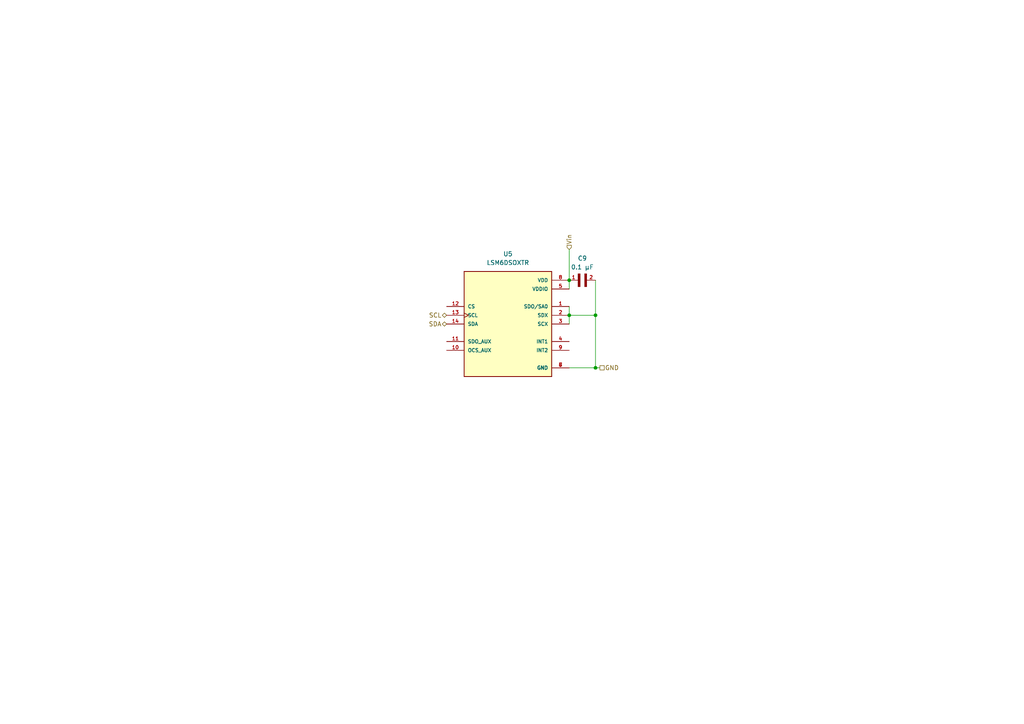
<source format=kicad_sch>
(kicad_sch (version 20250114) (generator "eeschema") (generator_version "9.0")
  (paper "A4")
  (title_block (title "Accelerometer + Gyroscope based on LSM6DSOXTR") (comment 1 "Currently in MODE 1") (comment 2 "MODE 2 allows the integration of a magnometer"))
  (lib_symbols
    (symbol "LSM6DSOXTR:LSM6DSOXTR" (pin_names (offset 1.016))
      (property "Reference" "U" (at -12.7 16.002 0))
      (property "Value" "LSM6DSOXTR" (at -12.7 -17.78 0))
      (symbol "LSM6DSOXTR_0_0"
        (rectangle (start -12.7 -15.24) (end 12.7 15.24) (stroke (width 0.254)) (fill (type background)))
        (pin input line (at -17.78 5.08 0) (length 5.08) (name "CS") (number "12"))
        (pin input clock (at -17.78 2.54 0) (length 5.08) (name "SCL") (number "13"))
        (pin bidirectional line (at -17.78 0 0) (length 5.08) (name "SDA") (number "14"))
        (pin bidirectional line (at -17.78 -5.08 0) (length 5.08) (name "SDO_AUX") (number "11"))
        (pin bidirectional line (at -17.78 -7.62 0) (length 5.08) (name "OCS_AUX") (number "10"))
        (pin power_in line (at 17.78 12.7 180) (length 5.08) (name "VDD") (number "8"))
        (pin power_in line (at 17.78 10.16 180) (length 5.08) (name "VDDIO") (number "5"))
        (pin bidirectional line (at 17.78 5.08 180) (length 5.08) (name "SDO/SA0") (number "1"))
        (pin bidirectional line (at 17.78 2.54 180) (length 5.08) (name "SDX") (number "2"))
        (pin bidirectional line (at 17.78 0 180) (length 5.08) (name "SCX") (number "3"))
        (pin output line (at 17.78 -5.08 180) (length 5.08) (name "INT1") (number "4"))
        (pin output line (at 17.78 -7.62 180) (length 5.08) (name "INT2") (number "9"))
        (pin power_in line (at 17.78 -12.7 180) (length 5.08) (name "GND") (number "6"))
        (pin power_in line (at 17.78 -12.7 180) (length 5.08) (name "GND") (number "7"))
      )
    )
    (symbol "MBJCG168BB7104KTPA18:MBJCG168BB7104KTPA18" (pin_names (offset 1.016))
      (property "Reference" "C" (at -2.54 2.54 0))
      (property "Value" "MBJCG168BB7104KTPA18" (at -2.54 -5.08 0))
      (symbol "MBJCG168BB7104KTPA18_0_0"
        (rectangle (start 0 -1.9069) (end 0.635 1.905) (stroke (width 0.1)) (fill (type outline)))
        (rectangle (start 1.9069 -1.9069) (end 2.54 1.905) (stroke (width 0.1)) (fill (type outline)))
        (pin passive line (at -2.54 0 0) (length 2.54) (name "~") (number "1"))
        (pin passive line (at 5.08 0 180) (length 2.54) (name "~") (number "2"))
      )
    )
  )
  (junction (at 165.1 91.44))
  (junction (at 172.72 106.68))
  (junction (at 165.1 81.28))
  (junction (at 172.72 91.44))
  (wire (pts (xy 172.72 81.28) (xy 172.72 91.44)))
  (wire (pts (xy 165.1 106.68) (xy 172.72 106.68)))
  (wire (pts (xy 165.1 72.39) (xy 165.1 81.28)))
  (wire (pts (xy 172.72 106.68) (xy 173.99 106.68)))
  (wire (pts (xy 165.1 91.44) (xy 165.1 93.98)))
  (wire (pts (xy 165.1 91.44) (xy 172.72 91.44)))
  (wire (pts (xy 165.1 88.9) (xy 165.1 91.44)))
  (wire (pts (xy 165.1 81.28) (xy 165.1 83.82)))
  (wire (pts (xy 172.72 91.44) (xy 172.72 106.68)))
  (hierarchical_label "GND" (shape passive) (at 173.99 106.68 0))
  (hierarchical_label "Vin" (shape input) (at 165.1 72.39 90))
  (hierarchical_label "SCL" (shape bidirectional) (at 129.54 91.44 180))
  (hierarchical_label "SDA" (shape bidirectional) (at 129.54 93.98 180))
  (symbol (lib_id "LSM6DSOXTR:LSM6DSOXTR") (at 147.32 93.98 0) (unit 1)
    (property "Reference" "U5" (at 147.32 73.66 0))
    (property "Value" "LSM6DSOXTR" (at 147.32 76.2 0))
    (property "Footprint" "LSM6DSOXTR:PQFN50P250X300X86-14N" (effects (hide yes)))
    (property "MF" "STMicroelectronics" (effects (hide yes)))
    (property "Description_1" "Accelerometer, Gyroscope, 6 Axis Sensor I2C, SPI Output" (effects (hide yes)))
    (property "Package" "VFLGA-14 STMicroelectronics" (effects (hide yes)))
    (property "Price" "None" (effects (hide yes)))
    (property "Check_prices" "https://www.snapeda.com/parts/LSM6DSOXTR/STMicroelectronics/view-part/?ref=eda" (effects (hide yes)))
    (property "STANDARD" "IPC7351B" (effects (hide yes)))
    (property "PARTREV" "3.0" (effects (hide yes)))
    (property "SnapEDA_Link" "https://www.snapeda.com/parts/LSM6DSOXTR/STMicroelectronics/view-part/?ref=snap" (effects (hide yes)))
    (property "MP" "LSM6DSOXTR" (effects (hide yes)))
    (property "Availability" "In Stock" (effects (hide yes)))
    (property "MANUFACTURER" "ST Microelectronics" (effects (hide yes)))
  )
  (symbol (lib_id "MBJCG168BB7104KTPA18:MBJCG168BB7104KTPA18") (at 167.64 81.28 0) (unit 1)
    (property "Reference" "C9" (at 168.91 74.93 0))
    (property "Value" "0.1 µF" (at 168.91 77.47 0))
    (property "Footprint" "MBJCG168BB7104KTPA18:CAPC1608X100N" (effects (hide yes)))
    (property "MF" "Taiyo Yuden" (effects (hide yes)))
    (property "MAXIMUM_PACKAGE_HEIGHT" "1.00mm" (effects (hide yes)))
    (property "Package" "1608-2 TAIYO" (effects (hide yes)))
    (property "Price" "None" (effects (hide yes)))
    (property "Check_prices" "https://www.snapeda.com/parts/MBJCG168BB7104KTPA18/Taiyo+Yuden/view-part/?ref=eda" (effects (hide yes)))
    (property "STANDARD" "IPC-7351B" (effects (hide yes)))
    (property "PARTREV" "NA" (effects (hide yes)))
    (property "SnapEDA_Link" "https://www.snapeda.com/parts/MBJCG168BB7104KTPA18/Taiyo+Yuden/view-part/?ref=snap" (effects (hide yes)))
    (property "MP" "MBJCG168BB7104KTPA18" (effects (hide yes)))
    (property "Description_1" "0.1uF 35V 10% Multilayer Ceramic Capacitor X7R 0603 (1608 Metric)" (effects (hide yes)))
    (property "Availability" "In Stock" (effects (hide yes)))
    (property "MANUFACTURER" "Taiyo Yuden" (effects (hide yes)))
  )
)
</source>
